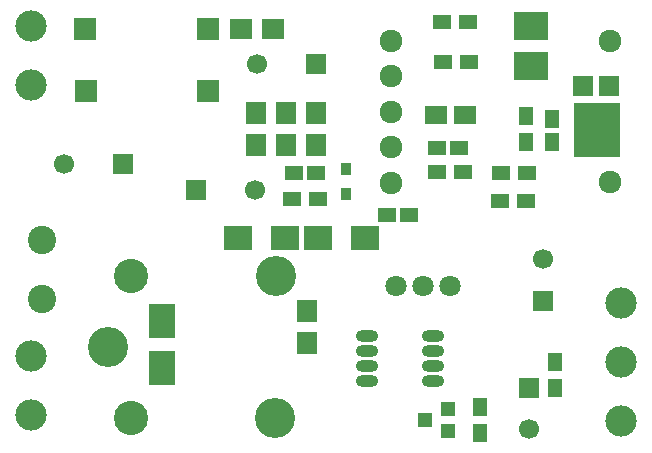
<source format=gbr>
G04 #@! TF.FileFunction,Soldermask,Bot*
%FSLAX46Y46*%
G04 Gerber Fmt 4.6, Leading zero omitted, Abs format (unit mm)*
G04 Created by KiCad (PCBNEW 201610091317+7290~55~ubuntu16.04.1-) date Fri Oct 21 11:28:09 2016*
%MOMM*%
%LPD*%
G01*
G04 APERTURE LIST*
%ADD10C,0.100000*%
%ADD11C,1.700000*%
%ADD12R,1.700000X1.700000*%
%ADD13C,2.398980*%
%ADD14C,2.650000*%
%ADD15C,2.900000*%
%ADD16C,3.400000*%
%ADD17R,1.600000X1.150000*%
%ADD18R,1.150000X1.600000*%
%ADD19R,1.900000X1.650000*%
%ADD20R,2.900000X2.400000*%
%ADD21R,2.200860X2.899360*%
%ADD22R,0.850000X0.990000*%
%ADD23R,1.800000X1.740000*%
%ADD24R,3.900000X4.600000*%
%ADD25R,1.900000X1.700000*%
%ADD26R,1.200100X1.200100*%
%ADD27R,1.300000X1.600000*%
%ADD28R,1.700000X1.900000*%
%ADD29R,2.400000X2.100000*%
%ADD30R,1.600000X1.300000*%
%ADD31O,1.873200X1.009600*%
%ADD32C,1.924000*%
%ADD33C,1.800000*%
%ADD34R,1.924000X1.924000*%
G04 APERTURE END LIST*
D10*
D11*
X133096000Y-114102000D03*
D12*
X133096000Y-117602000D03*
D13*
X90678000Y-112473740D03*
X90678000Y-117475000D03*
D14*
X89789000Y-94361000D03*
X89789000Y-99364800D03*
D15*
X98247200Y-127531900D03*
D16*
X110447200Y-127531900D03*
X110497200Y-115481900D03*
D15*
X98247200Y-115531900D03*
D16*
X96297200Y-121481900D03*
D12*
X103701840Y-108239560D03*
D11*
X108701840Y-108239560D03*
D12*
X97536000Y-106045000D03*
D11*
X92536000Y-106045000D03*
D17*
X124147500Y-104648000D03*
X126047500Y-104648000D03*
D12*
X113924080Y-97525840D03*
D11*
X108924080Y-97525840D03*
X131953000Y-128468000D03*
D12*
X131953000Y-124968000D03*
D18*
X133858000Y-102240000D03*
X133858000Y-104140000D03*
D19*
X126555500Y-101854000D03*
X124055500Y-101854000D03*
D17*
X113919000Y-106807000D03*
X112019000Y-106807000D03*
X119888000Y-110363000D03*
X121788000Y-110363000D03*
D20*
X132143500Y-94361000D03*
X132143500Y-97761000D03*
D21*
X100863400Y-119291100D03*
X100863400Y-123289060D03*
D22*
X116459000Y-108585000D03*
X116459000Y-106475000D03*
D23*
X136550400Y-99390200D03*
X138734800Y-99390200D03*
D24*
X137668000Y-103124000D03*
D25*
X107551240Y-94556580D03*
X110251240Y-94556580D03*
D14*
X89789000Y-122250200D03*
X89789000Y-127254000D03*
D26*
X125095000Y-126751000D03*
X125095000Y-128651000D03*
X123096020Y-127701000D03*
D27*
X127762000Y-126578000D03*
X127762000Y-128778000D03*
D28*
X111379000Y-104427000D03*
X111379000Y-101727000D03*
X108839000Y-104427000D03*
X108839000Y-101727000D03*
X113919000Y-101727000D03*
X113919000Y-104427000D03*
D29*
X107315000Y-112268000D03*
X111315000Y-112268000D03*
X114046000Y-112268000D03*
X118046000Y-112268000D03*
D28*
X113157000Y-118491000D03*
X113157000Y-121191000D03*
D30*
X126746000Y-93980000D03*
X124546000Y-93980000D03*
X124165000Y-106680000D03*
X126365000Y-106680000D03*
X129540000Y-106807000D03*
X131740000Y-106807000D03*
X131699000Y-109156500D03*
X129499000Y-109156500D03*
D27*
X131699000Y-104181000D03*
X131699000Y-101981000D03*
D30*
X111846000Y-108966000D03*
X114046000Y-108966000D03*
D27*
X134112000Y-122768000D03*
X134112000Y-124968000D03*
D31*
X118237000Y-124396500D03*
X118237000Y-123126500D03*
X118237000Y-121856500D03*
X118237000Y-120586500D03*
X123825000Y-120586500D03*
X123825000Y-121856500D03*
X123825000Y-123126500D03*
X123825000Y-124396500D03*
D32*
X120269000Y-107607100D03*
X120269000Y-104584500D03*
X120269000Y-101587300D03*
X120269000Y-98564700D03*
X120269000Y-95567500D03*
X138785600Y-107581700D03*
X138760200Y-95567500D03*
D33*
X122936000Y-116332000D03*
X120661000Y-116357000D03*
X125211000Y-116332000D03*
D34*
X104775000Y-94615000D03*
X104775000Y-99822000D03*
X94437200Y-99822000D03*
X94361000Y-94615000D03*
D14*
X139700000Y-122809000D03*
X139700000Y-127812800D03*
X139700000Y-117805200D03*
D30*
X126830000Y-97409000D03*
X124630000Y-97409000D03*
M02*

</source>
